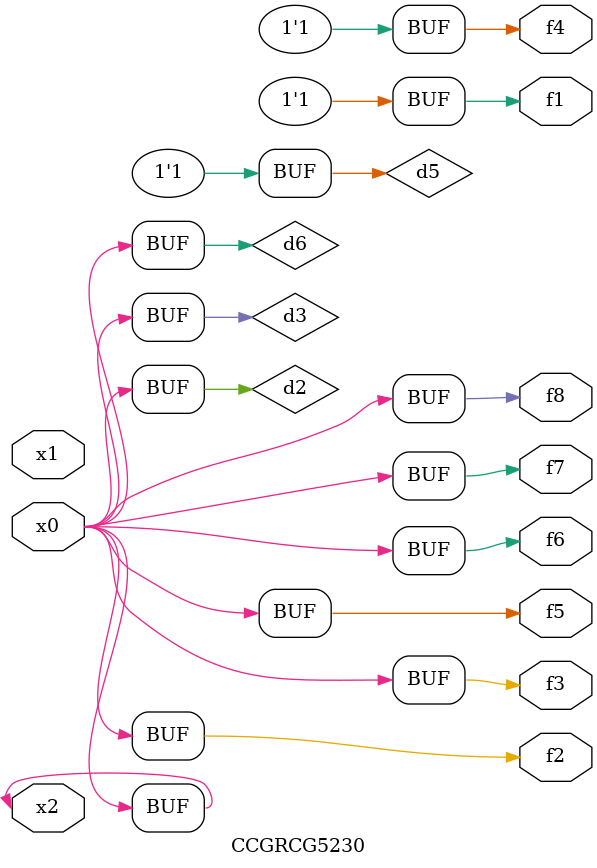
<source format=v>
module CCGRCG5230(
	input x0, x1, x2,
	output f1, f2, f3, f4, f5, f6, f7, f8
);

	wire d1, d2, d3, d4, d5, d6;

	xnor (d1, x2);
	buf (d2, x0, x2);
	and (d3, x0);
	xnor (d4, x1, x2);
	nand (d5, d1, d3);
	buf (d6, d2, d3);
	assign f1 = d5;
	assign f2 = d6;
	assign f3 = d6;
	assign f4 = d5;
	assign f5 = d6;
	assign f6 = d6;
	assign f7 = d6;
	assign f8 = d6;
endmodule

</source>
